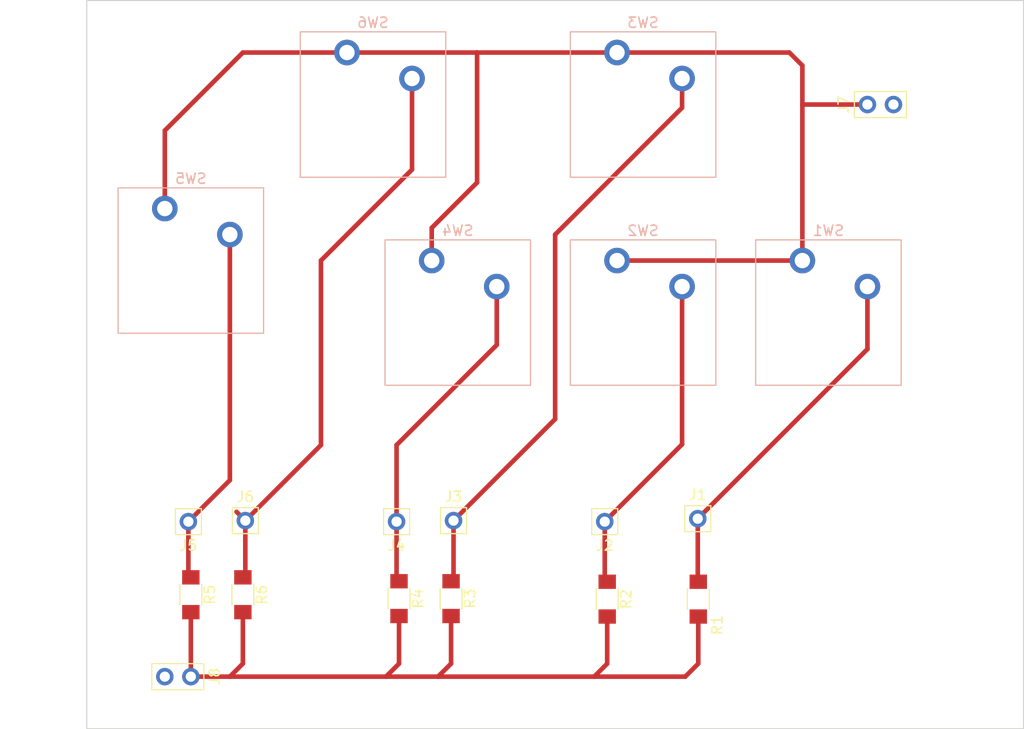
<source format=kicad_pcb>
(kicad_pcb (version 20221018) (generator pcbnew)
  (layers (0 "F.Cu" signal) (31 "B.Cu" signal) (34 "B.Paste" user) (35 "F.Paste" user) (36 "B.SilkS" user "B.Silkscreen") (37 "F.SilkS" user "F.Silkscreen") (38 "B.Mask" user) (39 "F.Mask" user) (44 "Edge.Cuts" user))
  (net 0 "")
  (net 1 "Net-(J1-Pin_1)")
  (net 2 "Net-(J2-Pin_1)")
  (net 3 "Net-(J3-Pin_1)")
  (net 4 "Net-(J4-Pin_1)")
  (net 5 "Net-(J5-Pin_1)")
  (net 6 "Net-(J6-Pin_1)")
  (net 7 "Net-(J7-Pin_1)")
  (net 8 "Net-(J8-Pin_1)")
  (footprint "fab:R_1206" (layer "F.Cu") (at 175.26 134.24 -90)
    (fp_text reference "R5" (at 0 -1.85 90) (layer "F.SilkS"))
    (fp_text value "499R")
    (fp_line (start -1 -1.07) (end 1 -1.07) (stroke (width 0.12)) (layer "F.SilkS"))
    (fp_line (start 1 1.07) (end -1 1.07) (stroke (width 0.12)) (layer "F.SilkS"))
    (pad "1" smd rect (at -1.7 0 270) (size 1.4 1.7) (layers "F.Cu" "F.Paste" "F.Mask") (net 5 "Net-(J5-Pin_1)"))
    (pad "2" smd rect (at 1.7 0 270) (size 1.4 1.7) (layers "F.Cu" "F.Paste" "F.Mask") (net 8 "Net-(J8-Pin_1)"))
  )
  (footprint "fab:PinHeader_1x01_P2.54mm_Vertical_THT_D1mm" (layer "F.Cu") (at 180.58 127)
    (fp_text reference "J6" (at 0 -2.33) (layer "F.SilkS"))
    (fp_text value "Conn_PinHeader_1x01_P2.54mm_Horizontal_SMD")
    (fp_line (start -1.27 -1.27) (end -1.27 1.27) (stroke (width 0.12)) (layer "F.SilkS"))
    (fp_line (start -1.27 -1.27) (end 1.27 -1.27) (stroke (width 0.12)) (layer "F.SilkS"))
    (fp_line (start -1.27 1.27) (end 1.27 1.27) (stroke (width 0.12)) (layer "F.SilkS"))
    (fp_line (start 1.27 -1.27) (end 1.27 1.27) (stroke (width 0.12)) (layer "F.SilkS"))
    (pad "1" thru_hole oval (at 0 0) (size 1.7 1.7) (drill 1) (layers "*.Cu" "*.Mask") (net 6 "Net-(J6-Pin_1)"))
  )
  (footprint "fab:R_1206" (layer "F.Cu") (at 215.9 134.67 -90)
    (fp_text reference "R2" (at 0 -1.85 90) (layer "F.SilkS"))
    (fp_text value "499R")
    (fp_line (start -1 -1.07) (end 1 -1.07) (stroke (width 0.12)) (layer "F.SilkS"))
    (fp_line (start 1 1.07) (end -1 1.07) (stroke (width 0.12)) (layer "F.SilkS"))
    (pad "1" smd rect (at -1.7 0 270) (size 1.4 1.7) (layers "F.Cu" "F.Paste" "F.Mask") (net 2 "Net-(J2-Pin_1)"))
    (pad "2" smd rect (at 1.7 0 270) (size 1.4 1.7) (layers "F.Cu" "F.Paste" "F.Mask") (net 8 "Net-(J8-Pin_1)"))
  )
  (footprint "fab:PinHeader_1x01_P2.54mm_Vertical_THT_D1mm" (layer "F.Cu") (at 195.34 127.1 180)
    (fp_text reference "J4" (at 0 -2.33 180) (layer "F.SilkS"))
    (fp_text value "Conn_PinHeader_1x01_P2.54mm_Horizontal_SMD")
    (fp_line (start -1.27 -1.27) (end -1.27 1.27) (stroke (width 0.12)) (layer "F.SilkS"))
    (fp_line (start -1.27 -1.27) (end 1.27 -1.27) (stroke (width 0.12)) (layer "F.SilkS"))
    (fp_line (start -1.27 1.27) (end 1.27 1.27) (stroke (width 0.12)) (layer "F.SilkS"))
    (fp_line (start 1.27 -1.27) (end 1.27 1.27) (stroke (width 0.12)) (layer "F.SilkS"))
    (pad "1" thru_hole oval (at 0 0 180) (size 1.7 1.7) (drill 1) (layers "*.Cu" "*.Mask") (net 4 "Net-(J4-Pin_1)"))
  )
  (footprint "fab:R_1206" (layer "F.Cu") (at 180.34 134.24 -90)
    (fp_text reference "R6" (at 0 -1.85 90) (layer "F.SilkS"))
    (fp_text value "499R")
    (fp_line (start -1 -1.07) (end 1 -1.07) (stroke (width 0.12)) (layer "F.SilkS"))
    (fp_line (start 1 1.07) (end -1 1.07) (stroke (width 0.12)) (layer "F.SilkS"))
    (pad "1" smd rect (at -1.7 0 270) (size 1.4 1.7) (layers "F.Cu" "F.Paste" "F.Mask") (net 6 "Net-(J6-Pin_1)"))
    (pad "2" smd rect (at 1.7 0 270) (size 1.4 1.7) (layers "F.Cu" "F.Paste" "F.Mask") (net 8 "Net-(J8-Pin_1)"))
  )
  (footprint "fab:PinHeader_1x01_P2.54mm_Vertical_THT_D1mm" (layer "F.Cu") (at 224.74 126.81)
    (fp_text reference "J1" (at 0 -2.33) (layer "F.SilkS"))
    (fp_text value "Conn_PinHeader_1x01_P2.54mm_Horizontal_SMD")
    (fp_line (start -1.27 -1.27) (end -1.27 1.27) (stroke (width 0.12)) (layer "F.SilkS"))
    (fp_line (start -1.27 -1.27) (end 1.27 -1.27) (stroke (width 0.12)) (layer "F.SilkS"))
    (fp_line (start -1.27 1.27) (end 1.27 1.27) (stroke (width 0.12)) (layer "F.SilkS"))
    (fp_line (start 1.27 -1.27) (end 1.27 1.27) (stroke (width 0.12)) (layer "F.SilkS"))
    (pad "1" thru_hole oval (at 0 0) (size 1.7 1.7) (drill 1) (layers "*.Cu" "*.Mask") (net 1 "Net-(J1-Pin_1)"))
  )
  (footprint "fab:PinHeader_1x01_P2.54mm_Vertical_THT_D1mm" (layer "F.Cu") (at 215.66 127.1 180)
    (fp_text reference "J2" (at 0 -2.33 180) (layer "F.SilkS"))
    (fp_text value "Conn_PinHeader_1x01_P2.54mm_Horizontal_SMD")
    (fp_line (start -1.27 -1.27) (end -1.27 1.27) (stroke (width 0.12)) (layer "F.SilkS"))
    (fp_line (start -1.27 -1.27) (end 1.27 -1.27) (stroke (width 0.12)) (layer "F.SilkS"))
    (fp_line (start -1.27 1.27) (end 1.27 1.27) (stroke (width 0.12)) (layer "F.SilkS"))
    (fp_line (start 1.27 -1.27) (end 1.27 1.27) (stroke (width 0.12)) (layer "F.SilkS"))
    (pad "1" thru_hole oval (at 0 0 180) (size 1.7 1.7) (drill 1) (layers "*.Cu" "*.Mask") (net 2 "Net-(J2-Pin_1)"))
  )
  (footprint "fab:PinHeader_1x01_P2.54mm_Vertical_THT_D1mm" (layer "F.Cu") (at 200.9 127)
    (fp_text reference "J3" (at 0 -2.33) (layer "F.SilkS"))
    (fp_text value "Conn_PinHeader_1x01_P2.54mm_Horizontal_SMD")
    (fp_line (start -1.27 -1.27) (end -1.27 1.27) (stroke (width 0.12)) (layer "F.SilkS"))
    (fp_line (start -1.27 -1.27) (end 1.27 -1.27) (stroke (width 0.12)) (layer "F.SilkS"))
    (fp_line (start -1.27 1.27) (end 1.27 1.27) (stroke (width 0.12)) (layer "F.SilkS"))
    (fp_line (start 1.27 -1.27) (end 1.27 1.27) (stroke (width 0.12)) (layer "F.SilkS"))
    (pad "1" thru_hole oval (at 0 0) (size 1.7 1.7) (drill 1) (layers "*.Cu" "*.Mask") (net 3 "Net-(J3-Pin_1)"))
  )
  (footprint "fab:R_1206" (layer "F.Cu") (at 195.58 134.62 -90)
    (fp_text reference "R4" (at 0 -1.85 90) (layer "F.SilkS"))
    (fp_text value "499R")
    (fp_line (start -1 -1.07) (end 1 -1.07) (stroke (width 0.12)) (layer "F.SilkS"))
    (fp_line (start 1 1.07) (end -1 1.07) (stroke (width 0.12)) (layer "F.SilkS"))
    (pad "1" smd rect (at -1.7 0 270) (size 1.4 1.7) (layers "F.Cu" "F.Paste" "F.Mask") (net 4 "Net-(J4-Pin_1)"))
    (pad "2" smd rect (at 1.7 0 270) (size 1.4 1.7) (layers "F.Cu" "F.Paste" "F.Mask") (net 8 "Net-(J8-Pin_1)"))
  )
  (footprint "fab:PinHeader_1x02_P2.54mm_Vertical_THT_D1mm" (layer "F.Cu") (at 175.26 142.24 -90)
    (fp_text reference "J8" (at 0 -2.33 90) (layer "F.SilkS"))
    (fp_text value "PIN GND")
    (fp_line (start -1.27 -1.27) (end -1.27 3.81) (stroke (width 0.12)) (layer "F.SilkS"))
    (fp_line (start -1.27 -1.27) (end 1.27 -1.27) (stroke (width 0.12)) (layer "F.SilkS"))
    (fp_line (start -1.27 3.81) (end 1.27 3.81) (stroke (width 0.12)) (layer "F.SilkS"))
    (fp_line (start 1.27 -1.27) (end 1.27 3.81) (stroke (width 0.12)) (layer "F.SilkS"))
    (pad "1" thru_hole oval (at 0 0 270) (size 1.7 1.7) (drill 1) (layers "*.Cu" "*.Mask") (net 8 "Net-(J8-Pin_1)"))
    (pad "2" thru_hole oval (at 0 2.54 270) (size 1.7 1.7) (drill 1) (layers "*.Cu" "*.Mask"))
  )
  (footprint "fab:PinHeader_1x02_P2.54mm_Vertical_THT_D1mm" (layer "F.Cu") (at 241.3 86.36 90)
    (fp_text reference "J7" (at 0 -2.33 90) (layer "F.SilkS"))
    (fp_text value "PIN VCC")
    (fp_line (start -1.27 -1.27) (end -1.27 3.81) (stroke (width 0.12)) (layer "F.SilkS"))
    (fp_line (start -1.27 -1.27) (end 1.27 -1.27) (stroke (width 0.12)) (layer "F.SilkS"))
    (fp_line (start -1.27 3.81) (end 1.27 3.81) (stroke (width 0.12)) (layer "F.SilkS"))
    (fp_line (start 1.27 -1.27) (end 1.27 3.81) (stroke (width 0.12)) (layer "F.SilkS"))
    (pad "1" thru_hole oval (at 0 0 90) (size 1.7 1.7) (drill 1) (layers "*.Cu" "*.Mask") (net 7 "Net-(J7-Pin_1)"))
    (pad "2" thru_hole oval (at 0 2.54 90) (size 1.7 1.7) (drill 1) (layers "*.Cu" "*.Mask"))
  )
  (footprint "fab:PinHeader_1x01_P2.54mm_Vertical_THT_D1mm" (layer "F.Cu") (at 175.02 127.1 180)
    (fp_text reference "J5" (at 0 -2.33 180) (layer "F.SilkS"))
    (fp_text value "Conn_PinHeader_1x01_P2.54mm_Horizontal_SMD")
    (fp_line (start -1.27 -1.27) (end -1.27 1.27) (stroke (width 0.12)) (layer "F.SilkS"))
    (fp_line (start -1.27 -1.27) (end 1.27 -1.27) (stroke (width 0.12)) (layer "F.SilkS"))
    (fp_line (start -1.27 1.27) (end 1.27 1.27) (stroke (width 0.12)) (layer "F.SilkS"))
    (fp_line (start 1.27 -1.27) (end 1.27 1.27) (stroke (width 0.12)) (layer "F.SilkS"))
    (pad "1" thru_hole oval (at 0 0 180) (size 1.7 1.7) (drill 1) (layers "*.Cu" "*.Mask") (net 5 "Net-(J5-Pin_1)"))
  )
  (footprint "fab:R_1206" (layer "F.Cu") (at 200.66 134.62 -90)
    (fp_text reference "R3" (at 0 -1.85 90) (layer "F.SilkS"))
    (fp_text value "499R")
    (fp_line (start -1 -1.07) (end 1 -1.07) (stroke (width 0.12)) (layer "F.SilkS"))
    (fp_line (start 1 1.07) (end -1 1.07) (stroke (width 0.12)) (layer "F.SilkS"))
    (pad "1" smd rect (at -1.7 0 270) (size 1.4 1.7) (layers "F.Cu" "F.Paste" "F.Mask") (net 3 "Net-(J3-Pin_1)"))
    (pad "2" smd rect (at 1.7 0 270) (size 1.4 1.7) (layers "F.Cu" "F.Paste" "F.Mask") (net 8 "Net-(J8-Pin_1)"))
  )
  (footprint "fab:R_1206" (layer "F.Cu") (at 224.79 134.67 -90)
    (fp_text reference "R1" (at 2.54 -1.85 90) (layer "F.SilkS"))
    (fp_text value "499R")
    (fp_line (start -1 -1.07) (end 1 -1.07) (stroke (width 0.12)) (layer "F.SilkS"))
    (fp_line (start 1 1.07) (end -1 1.07) (stroke (width 0.12)) (layer "F.SilkS"))
    (pad "1" smd rect (at -1.7 0 270) (size 1.4 1.7) (layers "F.Cu" "F.Paste" "F.Mask") (net 1 "Net-(J1-Pin_1)"))
    (pad "2" smd rect (at 1.7 0 270) (size 1.4 1.7) (layers "F.Cu" "F.Paste" "F.Mask") (net 8 "Net-(J8-Pin_1)"))
  )
  (footprint "PCM_Switch_Keyboard_Cherry_MX:SW_Cherry_MX_Plate" (layer "B.Cu") (at 237.49 106.68 180)
    (fp_text reference "SW1" (at 0 8) (layer "B.SilkS") (effects (justify mirror)))
    (fp_text value "SW_Push")
    (fp_line (start -7.1 -7.1) (end 7.1 -7.1) (stroke (width 0.12)) (layer "B.SilkS"))
    (fp_line (start -7.1 7.1) (end -7.1 -7.1) (stroke (width 0.12)) (layer "B.SilkS"))
    (fp_line (start 7.1 -7.1) (end 7.1 7.1) (stroke (width 0.12)) (layer "B.SilkS"))
    (fp_line (start 7.1 7.1) (end -7.1 7.1) (stroke (width 0.12)) (layer "B.SilkS"))
    (pad "" np_thru_hole circle (at 0 0 180) (size 4 4) (drill 4) (layers "*.Cu" "*.Mask"))
    (pad "1" thru_hole circle (at -3.81 2.54 180) (size 2.5 2.5) (drill 1.5) (layers "*.Cu" "*.Mask") (net 1 "Net-(J1-Pin_1)"))
    (pad "2" thru_hole circle (at 2.54 5.08 180) (size 2.5 2.5) (drill 1.5) (layers "*.Cu" "*.Mask") (net 7 "Net-(J7-Pin_1)"))
  )
  (footprint "PCM_Switch_Keyboard_Cherry_MX:SW_Cherry_MX_Plate" (layer "B.Cu") (at 219.4 86.36 180)
    (fp_text reference "SW3" (at 0 8) (layer "B.SilkS") (effects (justify mirror)))
    (fp_text value "SW_Push")
    (fp_line (start -7.1 -7.1) (end 7.1 -7.1) (stroke (width 0.12)) (layer "B.SilkS"))
    (fp_line (start -7.1 7.1) (end -7.1 -7.1) (stroke (width 0.12)) (layer "B.SilkS"))
    (fp_line (start 7.1 -7.1) (end 7.1 7.1) (stroke (width 0.12)) (layer "B.SilkS"))
    (fp_line (start 7.1 7.1) (end -7.1 7.1) (stroke (width 0.12)) (layer "B.SilkS"))
    (pad "" np_thru_hole circle (at 0 0 180) (size 4 4) (drill 4) (layers "*.Cu" "*.Mask"))
    (pad "1" thru_hole circle (at -3.81 2.54 180) (size 2.5 2.5) (drill 1.5) (layers "*.Cu" "*.Mask") (net 3 "Net-(J3-Pin_1)"))
    (pad "2" thru_hole circle (at 2.54 5.08 180) (size 2.5 2.5) (drill 1.5) (layers "*.Cu" "*.Mask") (net 7 "Net-(J7-Pin_1)"))
  )
  (footprint "PCM_Switch_Keyboard_Cherry_MX:SW_Cherry_MX_Plate" (layer "B.Cu") (at 219.4 106.68 180)
    (fp_text reference "SW2" (at 0 8) (layer "B.SilkS") (effects (justify mirror)))
    (fp_text value "SW_Push")
    (fp_line (start -7.1 -7.1) (end 7.1 -7.1) (stroke (width 0.12)) (layer "B.SilkS"))
    (fp_line (start -7.1 7.1) (end -7.1 -7.1) (stroke (width 0.12)) (layer "B.SilkS"))
    (fp_line (start 7.1 -7.1) (end 7.1 7.1) (stroke (width 0.12)) (layer "B.SilkS"))
    (fp_line (start 7.1 7.1) (end -7.1 7.1) (stroke (width 0.12)) (layer "B.SilkS"))
    (pad "" np_thru_hole circle (at 0 0 180) (size 4 4) (drill 4) (layers "*.Cu" "*.Mask"))
    (pad "1" thru_hole circle (at -3.81 2.54 180) (size 2.5 2.5) (drill 1.5) (layers "*.Cu" "*.Mask") (net 2 "Net-(J2-Pin_1)"))
    (pad "2" thru_hole circle (at 2.54 5.08 180) (size 2.5 2.5) (drill 1.5) (layers "*.Cu" "*.Mask") (net 7 "Net-(J7-Pin_1)"))
  )
  (footprint "PCM_Switch_Keyboard_Cherry_MX:SW_Cherry_MX_Plate" (layer "B.Cu") (at 193.04 86.36 180)
    (fp_text reference "SW6" (at 0 8) (layer "B.SilkS") (effects (justify mirror)))
    (fp_text value "SW_Push")
    (fp_line (start -7.1 -7.1) (end 7.1 -7.1) (stroke (width 0.12)) (layer "B.SilkS"))
    (fp_line (start -7.1 7.1) (end -7.1 -7.1) (stroke (width 0.12)) (layer "B.SilkS"))
    (fp_line (start 7.1 -7.1) (end 7.1 7.1) (stroke (width 0.12)) (layer "B.SilkS"))
    (fp_line (start 7.1 7.1) (end -7.1 7.1) (stroke (width 0.12)) (layer "B.SilkS"))
    (pad "" np_thru_hole circle (at 0 0 180) (size 4 4) (drill 4) (layers "*.Cu" "*.Mask"))
    (pad "1" thru_hole circle (at -3.81 2.54 180) (size 2.5 2.5) (drill 1.5) (layers "*.Cu" "*.Mask") (net 6 "Net-(J6-Pin_1)"))
    (pad "2" thru_hole circle (at 2.54 5.08 180) (size 2.5 2.5) (drill 1.5) (layers "*.Cu" "*.Mask") (net 7 "Net-(J7-Pin_1)"))
  )
  (footprint "PCM_Switch_Keyboard_Cherry_MX:SW_Cherry_MX_Plate" (layer "B.Cu") (at 175.26 101.6 180)
    (fp_text reference "SW5" (at 0 8) (layer "B.SilkS") (effects (justify mirror)))
    (fp_text value "SW_Push")
    (fp_line (start -7.1 -7.1) (end 7.1 -7.1) (stroke (width 0.12)) (layer "B.SilkS"))
    (fp_line (start -7.1 7.1) (end -7.1 -7.1) (stroke (width 0.12)) (layer "B.SilkS"))
    (fp_line (start 7.1 -7.1) (end 7.1 7.1) (stroke (width 0.12)) (layer "B.SilkS"))
    (fp_line (start 7.1 7.1) (end -7.1 7.1) (stroke (width 0.12)) (layer "B.SilkS"))
    (pad "" np_thru_hole circle (at 0 0 180) (size 4 4) (drill 4) (layers "*.Cu" "*.Mask"))
    (pad "1" thru_hole circle (at -3.81 2.54 180) (size 2.5 2.5) (drill 1.5) (layers "*.Cu" "*.Mask") (net 5 "Net-(J5-Pin_1)"))
    (pad "2" thru_hole circle (at 2.54 5.08 180) (size 2.5 2.5) (drill 1.5) (layers "*.Cu" "*.Mask") (net 7 "Net-(J7-Pin_1)"))
  )
  (footprint "PCM_Switch_Keyboard_Cherry_MX:SW_Cherry_MX_Plate" (layer "B.Cu") (at 201.31 106.68 180)
    (fp_text reference "SW4" (at 0 8) (layer "B.SilkS") (effects (justify mirror)))
    (fp_text value "SW_Push")
    (fp_line (start -7.1 -7.1) (end 7.1 -7.1) (stroke (width 0.12)) (layer "B.SilkS"))
    (fp_line (start -7.1 7.1) (end -7.1 -7.1) (stroke (width 0.12)) (layer "B.SilkS"))
    (fp_line (start 7.1 -7.1) (end 7.1 7.1) (stroke (width 0.12)) (layer "B.SilkS"))
    (fp_line (start 7.1 7.1) (end -7.1 7.1) (stroke (width 0.12)) (layer "B.SilkS"))
    (pad "" np_thru_hole circle (at 0 0 180) (size 4 4) (drill 4) (layers "*.Cu" "*.Mask"))
    (pad "1" thru_hole circle (at -3.81 2.54 180) (size 2.5 2.5) (drill 1.5) (layers "*.Cu" "*.Mask") (net 4 "Net-(J4-Pin_1)"))
    (pad "2" thru_hole circle (at 2.54 5.08 180) (size 2.5 2.5) (drill 1.5) (layers "*.Cu" "*.Mask") (net 7 "Net-(J7-Pin_1)"))
  )
  (gr_rect (start 165.1 76.2) (end 256.54 147.32) (stroke (width 0.1)) (fill none) (layer "Edge.Cuts"))
  (segment (start 224.74 126.81) (end 224.74 132.92) (width 0.45) (layer "F.Cu") (net 1))
  (segment (start 241.3 104.14) (end 241.3 110.25) (width 0.45) (layer "F.Cu") (net 1))
  (segment (start 224.74 132.92) (end 224.79 132.97) (width 0.45) (layer "F.Cu") (net 1))
  (segment (start 241.3 110.25) (end 224.74 126.81) (width 0.45) (layer "F.Cu") (net 1))
  (segment (start 215.8 127.1) (end 215.66 127.1) (width 0.45) (layer "F.Cu") (net 2))
  (segment (start 215.66 127.1) (end 215.66 132.73) (width 0.45) (layer "F.Cu") (net 2))
  (segment (start 223.21 104.14) (end 223.21 119.55) (width 0.45) (layer "F.Cu") (net 2))
  (segment (start 223.21 119.55) (end 215.66 127.1) (width 0.45) (layer "F.Cu") (net 2))
  (segment (start 215.66 132.73) (end 215.9 132.97) (width 0.45) (layer "F.Cu") (net 2))
  (segment (start 210.82 117.08) (end 200.9 127) (width 0.45) (layer "F.Cu") (net 3))
  (segment (start 223.21 83.82) (end 223.21 86.67) (width 0.45) (layer "F.Cu") (net 3))
  (segment (start 223.21 86.67) (end 210.82 99.06) (width 0.45) (layer "F.Cu") (net 3))
  (segment (start 200.9 127) (end 200.9 132.68) (width 0.45) (layer "F.Cu") (net 3))
  (segment (start 210.82 99.06) (end 210.82 117.08) (width 0.45) (layer "F.Cu") (net 3))
  (segment (start 200.9 132.68) (end 200.66 132.92) (width 0.45) (layer "F.Cu") (net 3))
  (segment (start 205.12 104.14) (end 205.12 109.84) (width 0.45) (layer "F.Cu") (net 4))
  (segment (start 195.34 127.1) (end 195.34 132.68) (width 0.45) (layer "F.Cu") (net 4))
  (segment (start 205.12 109.84) (end 195.34 119.62) (width 0.45) (layer "F.Cu") (net 4))
  (segment (start 195.34 132.68) (end 195.58 132.92) (width 0.45) (layer "F.Cu") (net 4))
  (segment (start 195.34 119.62) (end 195.34 127.1) (width 0.45) (layer "F.Cu") (net 4))
  (segment (start 175.02 127.1) (end 175.02 132.3) (width 0.45) (layer "F.Cu") (net 5))
  (segment (start 179.07 99.06) (end 179.07 123.05) (width 0.45) (layer "F.Cu") (net 5))
  (segment (start 179.07 123.05) (end 175.02 127.1) (width 0.45) (layer "F.Cu") (net 5))
  (segment (start 175.02 132.3) (end 175.26 132.54) (width 0.45) (layer "F.Cu") (net 5))
  (segment (start 187.96 101.6) (end 187.96 119.62) (width 0.45) (layer "F.Cu") (net 6))
  (segment (start 180.58 127) (end 180.58 132.3) (width 0.45) (layer "F.Cu") (net 6))
  (segment (start 179.72 126.14) (end 180.58 127) (width 0.45) (layer "F.Cu") (net 6))
  (segment (start 196.85 92.71) (end 187.96 101.6) (width 0.45) (layer "F.Cu") (net 6))
  (segment (start 187.96 119.62) (end 180.58 127) (width 0.45) (layer "F.Cu") (net 6))
  (segment (start 180.58 132.3) (end 180.34 132.54) (width 0.45) (layer "F.Cu") (net 6))
  (segment (start 196.85 83.82) (end 196.85 92.71) (width 0.45) (layer "F.Cu") (net 6))
  (segment (start 216.86 101.6) (end 234.95 101.6) (width 0.45) (layer "F.Cu") (net 7))
  (segment (start 233.68 81.28) (end 216.86 81.28) (width 0.45) (layer "F.Cu") (net 7))
  (segment (start 198.77 101.6) (end 198.77 98.41) (width 0.45) (layer "F.Cu") (net 7))
  (segment (start 234.95 101.6) (end 234.95 86.36) (width 0.45) (layer "F.Cu") (net 7))
  (segment (start 234.95 86.36) (end 234.95 82.55) (width 0.45) (layer "F.Cu") (net 7))
  (segment (start 241.3 86.36) (end 234.95 86.36) (width 0.45) (layer "F.Cu") (net 7))
  (segment (start 172.72 88.9) (end 180.34 81.28) (width 0.45) (layer "F.Cu") (net 7))
  (segment (start 198.77 98.41) (end 203.2 93.98) (width 0.45) (layer "F.Cu") (net 7))
  (segment (start 203.2 93.98) (end 203.2 81.28) (width 0.45) (layer "F.Cu") (net 7))
  (segment (start 180.34 81.28) (end 190.5 81.28) (width 0.45) (layer "F.Cu") (net 7))
  (segment (start 172.72 96.52) (end 172.72 88.9) (width 0.45) (layer "F.Cu") (net 7))
  (segment (start 190.5 81.28) (end 203.2 81.28) (width 0.45) (layer "F.Cu") (net 7))
  (segment (start 203.2 81.28) (end 216.86 81.28) (width 0.45) (layer "F.Cu") (net 7))
  (segment (start 234.95 82.55) (end 233.68 81.28) (width 0.45) (layer "F.Cu") (net 7))
  (segment (start 223.52 142.24) (end 214.63 142.24) (width 0.45) (layer "F.Cu") (net 8))
  (segment (start 200.66 140.97) (end 199.39 142.24) (width 0.45) (layer "F.Cu") (net 8))
  (segment (start 200.66 136.32) (end 200.66 140.97) (width 0.45) (layer "F.Cu") (net 8))
  (segment (start 194.31 142.24) (end 179.07 142.24) (width 0.45) (layer "F.Cu") (net 8))
  (segment (start 215.9 140.97) (end 214.63 142.24) (width 0.45) (layer "F.Cu") (net 8))
  (segment (start 224.79 136.37) (end 224.79 140.97) (width 0.45) (layer "F.Cu") (net 8))
  (segment (start 195.58 140.97) (end 194.31 142.24) (width 0.45) (layer "F.Cu") (net 8))
  (segment (start 179.07 142.24) (end 175.26 142.24) (width 0.45) (layer "F.Cu") (net 8))
  (segment (start 180.34 135.94) (end 180.34 140.97) (width 0.45) (layer "F.Cu") (net 8))
  (segment (start 224.79 140.97) (end 223.52 142.24) (width 0.45) (layer "F.Cu") (net 8))
  (segment (start 199.39 142.24) (end 194.31 142.24) (width 0.45) (layer "F.Cu") (net 8))
  (segment (start 180.34 140.97) (end 179.07 142.24) (width 0.45) (layer "F.Cu") (net 8))
  (segment (start 175.26 135.94) (end 175.26 142.24) (width 0.45) (layer "F.Cu") (net 8))
  (segment (start 214.63 142.24) (end 199.39 142.24) (width 0.45) (layer "F.Cu") (net 8))
  (segment (start 195.58 136.32) (end 195.58 140.97) (width 0.45) (layer "F.Cu") (net 8))
  (segment (start 215.9 136.37) (end 215.9 140.97) (width 0.45) (layer "F.Cu") (net 8))
)
</source>
